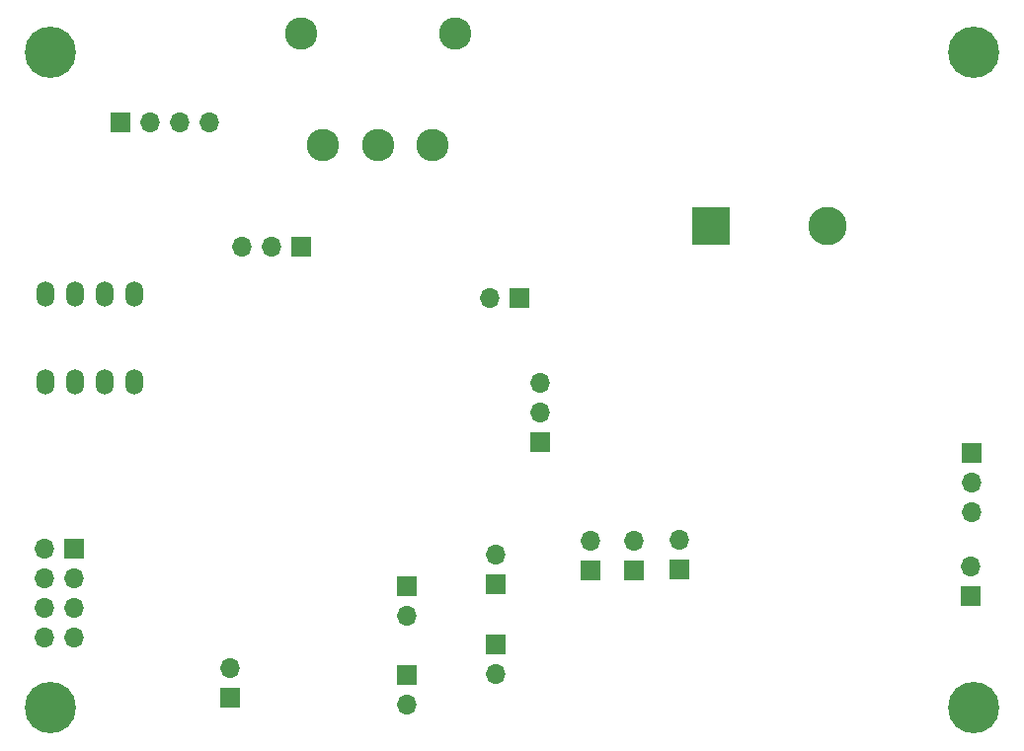
<source format=gbr>
%TF.GenerationSoftware,KiCad,Pcbnew,8.0.2*%
%TF.CreationDate,2024-06-06T20:45:53-07:00*%
%TF.ProjectId,tpms-sn-flex,74706d73-2d73-46e2-9d66-6c65782e6b69,rev?*%
%TF.SameCoordinates,Original*%
%TF.FileFunction,Soldermask,Bot*%
%TF.FilePolarity,Negative*%
%FSLAX46Y46*%
G04 Gerber Fmt 4.6, Leading zero omitted, Abs format (unit mm)*
G04 Created by KiCad (PCBNEW 8.0.2) date 2024-06-06 20:45:53*
%MOMM*%
%LPD*%
G01*
G04 APERTURE LIST*
%ADD10C,4.400000*%
%ADD11O,1.500000X2.200000*%
%ADD12R,1.700000X1.700000*%
%ADD13O,1.700000X1.700000*%
%ADD14C,2.775000*%
%ADD15R,3.300000X3.300000*%
%ADD16C,3.300000*%
G04 APERTURE END LIST*
D10*
%TO.C,H4*%
X123600000Y-140600000D03*
%TD*%
%TO.C,H3*%
X123600000Y-84400000D03*
%TD*%
%TO.C,H2*%
X44400000Y-140600000D03*
%TD*%
%TO.C,H1*%
X44400000Y-84400000D03*
%TD*%
D11*
%TO.C,J6*%
X44040000Y-112660000D03*
X46580000Y-112660000D03*
X49120000Y-112660000D03*
X51660000Y-112660000D03*
X51660000Y-105140000D03*
X49120000Y-105140000D03*
X46580000Y-105140000D03*
X44040000Y-105140000D03*
%TD*%
D12*
%TO.C,JP1*%
X65950000Y-101040000D03*
D13*
X63410000Y-101040000D03*
X60870000Y-101040000D03*
%TD*%
D12*
%TO.C,JP2*%
X98400000Y-128775000D03*
D13*
X98400000Y-126235000D03*
%TD*%
%TO.C,JP9*%
X75000000Y-140340000D03*
D12*
X75000000Y-137800000D03*
%TD*%
%TO.C,JP11*%
X123400000Y-118725000D03*
D13*
X123400000Y-121265000D03*
X123400000Y-123805000D03*
%TD*%
D12*
%TO.C,JP4*%
X90700000Y-128800000D03*
D13*
X90700000Y-126260000D03*
%TD*%
D12*
%TO.C,J2*%
X50400000Y-90400000D03*
D13*
X52940000Y-90400000D03*
X55480000Y-90400000D03*
X58020000Y-90400000D03*
%TD*%
D12*
%TO.C,JP10*%
X82600000Y-130000000D03*
D13*
X82600000Y-127460000D03*
%TD*%
D12*
%TO.C,JP6*%
X75000000Y-130200000D03*
D13*
X75000000Y-132740000D03*
%TD*%
D12*
%TO.C,J5*%
X123375000Y-131050000D03*
D13*
X123375000Y-128510000D03*
%TD*%
D12*
%TO.C,JP5*%
X82600000Y-135200000D03*
D13*
X82600000Y-137740000D03*
%TD*%
D12*
%TO.C,JP3*%
X94500000Y-128800000D03*
D13*
X94500000Y-126260000D03*
%TD*%
D14*
%TO.C,S1*%
X67800000Y-92351100D03*
X72500000Y-92351100D03*
X77200000Y-92351100D03*
X65895000Y-82821100D03*
X79105000Y-82821100D03*
%TD*%
D13*
%TO.C,JP8*%
X59800000Y-137235000D03*
D12*
X59800000Y-139775000D03*
%TD*%
%TO.C,J4*%
X86400000Y-117825000D03*
D13*
X86400000Y-115285000D03*
X86400000Y-112745000D03*
%TD*%
%TO.C,JP7*%
X82135000Y-105500000D03*
D12*
X84675000Y-105500000D03*
%TD*%
D15*
%TO.C,C11*%
X101100000Y-99300000D03*
D16*
X111100000Y-99300000D03*
%TD*%
D13*
%TO.C,J1*%
X43960000Y-134580000D03*
X46500000Y-134580000D03*
X43960000Y-132040000D03*
X46500000Y-132040000D03*
X43960000Y-129500000D03*
X46500000Y-129500000D03*
X43960000Y-126960000D03*
D12*
X46500000Y-126960000D03*
%TD*%
M02*

</source>
